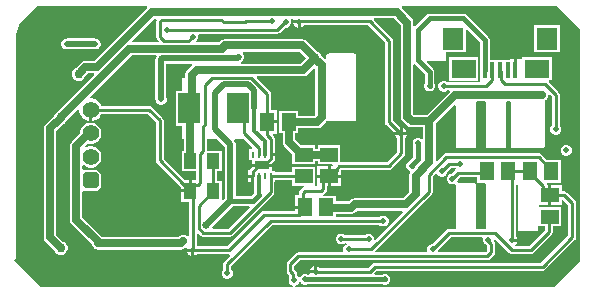
<source format=gbr>
G04*
G04 #@! TF.GenerationSoftware,Altium Limited,Altium Designer,23.0.1 (38)*
G04*
G04 Layer_Physical_Order=2*
G04 Layer_Color=16711680*
%FSLAX25Y25*%
%MOIN*%
G70*
G04*
G04 #@! TF.SameCoordinates,7EA281D9-4360-43E8-82A8-E858FA6B50C7*
G04*
G04*
G04 #@! TF.FilePolarity,Positive*
G04*
G01*
G75*
%ADD15C,0.01000*%
%ADD20R,0.04134X0.05315*%
%ADD21R,0.05906X0.04724*%
%ADD52C,0.01500*%
%ADD53C,0.02500*%
%ADD54C,0.02000*%
G04:AMPARAMS|DCode=56|XSize=55.12mil|YSize=55.12mil|CornerRadius=13.78mil|HoleSize=0mil|Usage=FLASHONLY|Rotation=90.000|XOffset=0mil|YOffset=0mil|HoleType=Round|Shape=RoundedRectangle|*
%AMROUNDEDRECTD56*
21,1,0.05512,0.02756,0,0,90.0*
21,1,0.02756,0.05512,0,0,90.0*
1,1,0.02756,0.01378,0.01378*
1,1,0.02756,0.01378,-0.01378*
1,1,0.02756,-0.01378,-0.01378*
1,1,0.02756,-0.01378,0.01378*
%
%ADD56ROUNDEDRECTD56*%
%ADD57C,0.05512*%
%ADD58C,0.02000*%
%ADD59C,0.03000*%
%ADD60C,0.02500*%
%ADD61R,0.08268X0.06299*%
%ADD62R,0.01575X0.05315*%
%ADD63R,0.07087X0.07480*%
%ADD64R,0.04724X0.05906*%
%ADD65R,0.07480X0.09843*%
%ADD66R,0.01102X0.01988*%
%ADD67R,0.04724X0.03150*%
%ADD68C,0.01200*%
G36*
X343756Y291943D02*
X343967Y291529D01*
X343975Y291512D01*
X343875Y291005D01*
Y285800D01*
X343975Y285293D01*
X344263Y284863D01*
X344623Y284502D01*
X344432Y284040D01*
X335982D01*
X335791Y284502D01*
X343276Y291987D01*
X343756Y291943D01*
D02*
G37*
G36*
X393862Y278726D02*
X392077Y276940D01*
X372359D01*
X372220Y277191D01*
X372177Y277440D01*
X372646Y277910D01*
X372747Y278060D01*
X372875Y278188D01*
X372944Y278355D01*
X373044Y278505D01*
X373080Y278682D01*
X373149Y278849D01*
Y279030D01*
X373184Y279207D01*
X373149Y279385D01*
Y279565D01*
X373080Y279732D01*
X373044Y279910D01*
X372944Y280060D01*
X372875Y280227D01*
X372747Y280355D01*
X372710Y280410D01*
X372822Y280754D01*
X372932Y280910D01*
X391678D01*
X393862Y278726D01*
D02*
G37*
G36*
X451801Y284142D02*
Y278142D01*
X451794D01*
Y271228D01*
X451794D01*
X451778Y270735D01*
X440920D01*
X440720Y270935D01*
X440058Y271209D01*
X439342D01*
X438680Y270935D01*
X438174Y270429D01*
X437900Y269767D01*
Y269051D01*
X438174Y268390D01*
X438680Y267883D01*
X439342Y267609D01*
X440058D01*
X440720Y267883D01*
X440920Y268084D01*
X441465D01*
X441672Y267584D01*
X434029Y259941D01*
X429856D01*
X429616Y260181D01*
Y276596D01*
X430116Y276802D01*
X433420Y273499D01*
Y270388D01*
X433200Y269858D01*
Y269142D01*
X433474Y268480D01*
X433980Y267974D01*
X434642Y267700D01*
X435358D01*
X436020Y267974D01*
X436526Y268480D01*
X436800Y269142D01*
Y269858D01*
X436580Y270388D01*
Y274153D01*
X436460Y274758D01*
X436118Y275271D01*
X433958Y277430D01*
X434149Y277892D01*
X439736D01*
X440048Y277954D01*
X440313Y278131D01*
X440490Y278396D01*
X440552Y278708D01*
Y280775D01*
X447095D01*
Y288195D01*
X447557Y288387D01*
X451801Y284142D01*
D02*
G37*
G36*
X425435Y289790D02*
Y259315D01*
X425435Y259315D01*
X425595Y258516D01*
X426048Y257837D01*
X427512Y256373D01*
X427512Y256373D01*
X428190Y255920D01*
X428990Y255761D01*
X432805D01*
Y251989D01*
X432305Y251782D01*
X432112Y251974D01*
X431451Y252248D01*
X430735D01*
X430073Y251974D01*
X429567Y251468D01*
X429293Y250806D01*
Y250090D01*
X429512Y249560D01*
Y245783D01*
X428280Y244550D01*
X427980Y244426D01*
X427474Y243920D01*
X427200Y243258D01*
Y242542D01*
X427474Y241880D01*
X427980Y241374D01*
X428360Y241217D01*
X428572Y240646D01*
X428569Y240630D01*
X428404Y240383D01*
X428245Y239583D01*
X428245Y239583D01*
Y234297D01*
X426088Y232140D01*
X410001D01*
X410001Y232140D01*
X409201Y231981D01*
X408523Y231528D01*
X408054Y231060D01*
X403710D01*
Y232800D01*
X399716D01*
X399411Y233264D01*
X399415Y233300D01*
X399808Y233563D01*
X400394Y234149D01*
X400681Y234578D01*
X400782Y235086D01*
Y236094D01*
X401000D01*
Y238957D01*
X397547D01*
Y236343D01*
X397084Y236006D01*
X396784Y236097D01*
X396753Y236295D01*
X396753D01*
Y242619D01*
X389247D01*
Y240782D01*
X383304D01*
Y241142D01*
X382362D01*
Y242500D01*
X379000D01*
X375638D01*
Y242300D01*
X375161Y241823D01*
X374874Y241393D01*
X374864Y241342D01*
X374496D01*
Y239848D01*
X376047D01*
Y239348D01*
X376547D01*
Y237354D01*
X376589D01*
Y233823D01*
X375452Y232687D01*
X370335D01*
Y250000D01*
X370196Y250702D01*
X369820Y251264D01*
X369870Y251486D01*
X369985Y251764D01*
X373068D01*
X375923Y248908D01*
X375732Y248446D01*
X374696D01*
Y244858D01*
X375638D01*
Y243500D01*
X379000D01*
X382362D01*
Y243700D01*
X382971Y244309D01*
X383204Y244658D01*
X383504D01*
Y246152D01*
X381953D01*
Y247152D01*
X383504D01*
Y248646D01*
X383360D01*
Y251927D01*
X383259Y252434D01*
X382971Y252864D01*
X382750Y253085D01*
X382941Y253547D01*
X384276D01*
Y257000D01*
X380913D01*
Y258000D01*
X384276D01*
Y261453D01*
X382239D01*
Y266839D01*
X382138Y267347D01*
X381851Y267776D01*
X377329Y272298D01*
X377521Y272760D01*
X392942D01*
X392942Y272760D01*
X393742Y272919D01*
X394420Y273372D01*
X396417Y275369D01*
X396917Y275162D01*
Y259873D01*
X396634Y259590D01*
X391162D01*
Y261253D01*
X384838D01*
Y253747D01*
X385960D01*
Y250903D01*
X385960Y250903D01*
X386119Y250103D01*
X386572Y249425D01*
X389247Y246750D01*
Y243381D01*
X396753D01*
Y244453D01*
X397747D01*
Y243381D01*
X402363D01*
X402630Y242881D01*
X402588Y242819D01*
X402000D01*
Y239957D01*
X405453D01*
Y241535D01*
X405473Y241556D01*
X421381D01*
X421888Y241656D01*
X422318Y241944D01*
X426437Y246063D01*
X426725Y246493D01*
X426826Y247000D01*
Y251997D01*
X427196Y252367D01*
X427458Y253000D01*
X423542D01*
X423805Y252367D01*
X424174Y251997D01*
Y247549D01*
X420832Y244207D01*
X405253D01*
Y249706D01*
X397747D01*
Y248634D01*
X396753D01*
Y249706D01*
X392203D01*
X390140Y251768D01*
Y253747D01*
X391162D01*
Y255410D01*
X397500D01*
X397500Y255410D01*
X398300Y255569D01*
X398978Y256022D01*
X400485Y257529D01*
X400485Y257529D01*
X400821Y258032D01*
X400995Y257916D01*
X401307Y257854D01*
X409772D01*
X410084Y257916D01*
X410348Y258092D01*
X410525Y258357D01*
X410587Y258669D01*
Y279535D01*
X410525Y279848D01*
X410348Y280112D01*
X410084Y280289D01*
X409772Y280351D01*
X401307D01*
X400995Y280289D01*
X400730Y280112D01*
X400554Y279848D01*
X400491Y279535D01*
Y278580D01*
X399991Y278373D01*
X399074Y279291D01*
X398768Y280029D01*
X398121Y280676D01*
X397615Y280886D01*
X394022Y284478D01*
X393344Y284931D01*
X392544Y285090D01*
X392544Y285090D01*
X366701D01*
X365901Y284931D01*
X365223Y284478D01*
X365223Y284478D01*
X364785Y284040D01*
X357300D01*
X357136Y284540D01*
X357526Y284930D01*
X357800Y285592D01*
Y286308D01*
X357717Y286509D01*
X357995Y286925D01*
X384285D01*
X384793Y287025D01*
X385223Y287313D01*
X386860Y288950D01*
X387358D01*
X388020Y289224D01*
X388526Y289730D01*
X388800Y290392D01*
Y291108D01*
X388638Y291499D01*
X388898Y291923D01*
X389334Y291933D01*
X389600Y291539D01*
X389542Y291400D01*
X391500D01*
Y290900D01*
X392000D01*
Y288942D01*
X392633Y289205D01*
X393103Y289674D01*
X414451D01*
X420175Y283951D01*
Y257500D01*
X420275Y256993D01*
X420563Y256563D01*
X423126Y254000D01*
X425000D01*
Y255874D01*
X422825Y258049D01*
Y284500D01*
X422725Y285007D01*
X422437Y285437D01*
X416324Y291551D01*
X416531Y292051D01*
X423174D01*
X425435Y289790D01*
D02*
G37*
G36*
X485000Y288500D02*
Y211000D01*
X476500Y202500D01*
X390206D01*
X390130Y202969D01*
X390791Y203242D01*
X391298Y203749D01*
X391413Y204028D01*
X391954D01*
X391974Y203980D01*
X392480Y203474D01*
X393142Y203200D01*
X393858D01*
X394388Y203420D01*
X419112D01*
X419642Y203200D01*
X420358D01*
X421020Y203474D01*
X421526Y203980D01*
X421800Y204642D01*
Y205358D01*
X421526Y206020D01*
X421020Y206526D01*
X420358Y206800D01*
X419642D01*
X419112Y206580D01*
X416619D01*
X416412Y207080D01*
X417306Y207975D01*
X472634D01*
X473141Y208075D01*
X473571Y208363D01*
X483437Y218229D01*
X483725Y218659D01*
X483825Y219166D01*
Y230485D01*
X483725Y230993D01*
X483437Y231423D01*
X480879Y233980D01*
X480449Y234268D01*
X479942Y234369D01*
X478953D01*
Y236405D01*
X475500D01*
Y233043D01*
Y229681D01*
X478953D01*
Y231574D01*
X479453Y231658D01*
X481175Y229936D01*
Y219715D01*
X472085Y210626D01*
X416757D01*
X416250Y210525D01*
X415820Y210237D01*
X414458Y208875D01*
X398503D01*
X398133Y209245D01*
X397500Y209508D01*
Y207550D01*
X397000D01*
Y207050D01*
X395042D01*
X395065Y206996D01*
X394787Y206580D01*
X394388D01*
X393858Y206800D01*
X393142D01*
X392480Y206526D01*
X391974Y206020D01*
X391859Y205741D01*
X391317D01*
X391298Y205788D01*
X390906Y206180D01*
Y206806D01*
X390805Y207313D01*
X390518Y207743D01*
X389943Y208317D01*
Y209569D01*
X391749Y211374D01*
X454200D01*
X454707Y211475D01*
X455137Y211763D01*
X456437Y213063D01*
X456725Y213493D01*
X456825Y214000D01*
Y216929D01*
X456725Y217437D01*
X456454Y217841D01*
X456442Y217890D01*
X456486Y218117D01*
X457028Y218282D01*
X461548Y213763D01*
X461977Y213475D01*
X462485Y213374D01*
X468700D01*
X469207Y213475D01*
X469637Y213763D01*
X475618Y219743D01*
X475905Y220173D01*
X476006Y220680D01*
Y222795D01*
X478753D01*
Y229119D01*
X471768D01*
X471490Y229619D01*
X471529Y229681D01*
X474500D01*
Y233043D01*
Y236405D01*
X474185D01*
X473996Y236807D01*
X474256Y237247D01*
X478706D01*
Y244753D01*
X474256D01*
X472224Y246784D01*
X471794Y247072D01*
X471287Y247173D01*
X440594D01*
X440087Y247072D01*
X439657Y246784D01*
X437485Y244612D01*
X436985Y244819D01*
Y256985D01*
X443163Y263163D01*
X443625Y262972D01*
Y249508D01*
X443687Y249196D01*
X443864Y248931D01*
X444129Y248754D01*
X444441Y248692D01*
X449559D01*
X449871Y248754D01*
X450136Y248931D01*
X450313Y249196D01*
X450375Y249508D01*
Y264075D01*
X450818Y264410D01*
X453182D01*
X453625Y264075D01*
Y249508D01*
X453687Y249196D01*
X453864Y248931D01*
X454129Y248754D01*
X454441Y248692D01*
X459559D01*
X459871Y248754D01*
X460136Y248931D01*
X460313Y249196D01*
X460375Y249508D01*
Y264075D01*
X460818Y264410D01*
X461607D01*
X462050Y264075D01*
Y249508D01*
X462113Y249196D01*
X462289Y248931D01*
X462554Y248754D01*
X462866Y248692D01*
X472472D01*
X472785Y248754D01*
X473049Y248931D01*
X473226Y249196D01*
X473288Y249508D01*
Y264075D01*
X473297Y264454D01*
X473595Y264735D01*
X473661Y264762D01*
X473807Y264908D01*
X473978Y265022D01*
X474092Y265193D01*
X474238Y265339D01*
X474317Y265529D01*
X474431Y265700D01*
X474471Y265902D01*
X474550Y266092D01*
Y266298D01*
X474581Y266455D01*
X474747Y266560D01*
X475064Y266680D01*
X475674Y266069D01*
Y256220D01*
X475474Y256020D01*
X475200Y255358D01*
Y254642D01*
X475474Y253980D01*
X475980Y253474D01*
X476642Y253200D01*
X477358D01*
X478020Y253474D01*
X478526Y253980D01*
X478800Y254642D01*
Y255358D01*
X478526Y256020D01*
X478326Y256220D01*
Y266618D01*
X478225Y267126D01*
X477937Y267555D01*
X474651Y270842D01*
X474752Y271216D01*
X474841Y271342D01*
X475639D01*
Y279241D01*
X465771D01*
Y278668D01*
X465406Y278343D01*
X465271Y278343D01*
X464118D01*
Y274685D01*
X463118D01*
Y278343D01*
X461831D01*
Y278142D01*
X454962D01*
Y284797D01*
X454842Y285402D01*
X454499Y285914D01*
X447296Y293117D01*
X446784Y293460D01*
X446179Y293580D01*
X435000D01*
X434395Y293460D01*
X433883Y293117D01*
X430116Y289351D01*
X429616Y289557D01*
Y290655D01*
X429457Y291455D01*
X429003Y292133D01*
X429003Y292133D01*
X425637Y295500D01*
X425805Y296000D01*
X477500D01*
X485000Y288500D01*
D02*
G37*
G36*
X340877Y295500D02*
X323245Y277867D01*
X320277D01*
X319477Y277708D01*
X318799Y277255D01*
X318799Y277255D01*
X317204Y275660D01*
X316697Y275450D01*
X316050Y274803D01*
X315700Y273957D01*
Y273042D01*
X316050Y272197D01*
X316697Y271550D01*
X317543Y271200D01*
X318458D01*
X319303Y271550D01*
X319950Y272197D01*
X320160Y272704D01*
X321143Y273687D01*
X323078D01*
X323269Y273225D01*
X311204Y261160D01*
X310697Y260950D01*
X310050Y260303D01*
X309745Y259565D01*
X307022Y256843D01*
X306569Y256165D01*
X306410Y255365D01*
X306410Y255365D01*
Y219000D01*
X306410Y219000D01*
X306569Y218200D01*
X307022Y217522D01*
X309840Y214704D01*
X310050Y214197D01*
X310697Y213550D01*
X311543Y213200D01*
X312457D01*
X313303Y213550D01*
X313950Y214197D01*
X314300Y215042D01*
Y215957D01*
X313950Y216803D01*
X313303Y217450D01*
X312796Y217660D01*
X310590Y219866D01*
Y254499D01*
X313027Y256936D01*
X313303Y257050D01*
X313950Y257697D01*
X314160Y258204D01*
X317744Y261788D01*
X318244Y261581D01*
Y261128D01*
X318500Y260172D01*
X318994Y259316D01*
X319694Y258617D01*
X320550Y258122D01*
X321500Y257868D01*
Y261622D01*
X322500D01*
Y257868D01*
X323450Y258122D01*
X324306Y258617D01*
X325006Y259316D01*
X325500Y260172D01*
X325533Y260297D01*
X340829D01*
X343674Y257451D01*
Y244661D01*
X343775Y244154D01*
X344063Y243724D01*
X352067Y235720D01*
X352095Y235702D01*
Y235000D01*
X354661D01*
Y238158D01*
X353378D01*
X346325Y245210D01*
Y258000D01*
X346225Y258507D01*
X345937Y258937D01*
X342315Y262559D01*
X341885Y262847D01*
X341378Y262948D01*
X325533D01*
X325500Y263072D01*
X325006Y263928D01*
X324306Y264628D01*
X323450Y265122D01*
X322495Y265378D01*
X322041D01*
X321834Y265878D01*
X335816Y279860D01*
X343847D01*
X344000Y279360D01*
X343955Y279294D01*
X343828Y279166D01*
X343758Y278999D01*
X343658Y278849D01*
X343623Y278672D01*
X343553Y278504D01*
Y278324D01*
X343518Y278146D01*
X343553Y277969D01*
Y277788D01*
X343591Y277697D01*
Y265073D01*
X343731Y264371D01*
X343945Y264052D01*
X343974Y263980D01*
X344029Y263926D01*
X344129Y263775D01*
X344279Y263675D01*
X344480Y263474D01*
X345142Y263200D01*
X345858D01*
X346520Y263474D01*
X347026Y263980D01*
X347300Y264642D01*
Y265358D01*
X347262Y265450D01*
Y276842D01*
X355741D01*
X355892Y276342D01*
X355872Y276328D01*
X354229Y274685D01*
X353776Y274007D01*
X353617Y273207D01*
X353617Y273207D01*
Y272236D01*
X352370D01*
Y267721D01*
X350389D01*
Y256279D01*
X352370D01*
Y251764D01*
X352955D01*
Y247957D01*
X352294D01*
Y241042D01*
X357203D01*
Y238158D01*
X355661D01*
Y234500D01*
X355161D01*
Y234000D01*
X352095D01*
Y230842D01*
X354675D01*
Y219626D01*
X354624Y219583D01*
X354174Y219405D01*
X354141Y219427D01*
X353996Y219573D01*
X353806Y219651D01*
X353635Y219766D01*
X353433Y219806D01*
X353242Y219885D01*
X353037D01*
X352835Y219925D01*
X352633Y219885D01*
X352427D01*
X352237Y219806D01*
X352035Y219766D01*
X351864Y219651D01*
X351674Y219573D01*
X351528Y219427D01*
X351357Y219313D01*
X351134Y219090D01*
X325964D01*
X325796Y219160D01*
X319284Y225672D01*
Y234296D01*
X319694Y234584D01*
X319784Y234568D01*
X320622Y234401D01*
X323378D01*
X324228Y234571D01*
X324948Y235052D01*
X325430Y235772D01*
X325599Y236622D01*
Y239378D01*
X325430Y240228D01*
X324948Y240948D01*
X324228Y241429D01*
X323378Y241599D01*
X320622D01*
X319784Y241432D01*
X319694Y241416D01*
X319284Y241704D01*
Y242908D01*
X319746Y243099D01*
X319817Y243029D01*
X320627Y242560D01*
X321532Y242318D01*
X322468D01*
X323373Y242560D01*
X324183Y243029D01*
X324845Y243691D01*
X325314Y244501D01*
X325556Y245406D01*
Y246342D01*
X325314Y247247D01*
X324845Y248057D01*
X324183Y248720D01*
X323373Y249188D01*
X322468Y249430D01*
X321532D01*
X320627Y249188D01*
X320489Y249108D01*
X320182Y249508D01*
X321007Y250333D01*
X321532Y250192D01*
X322468D01*
X323373Y250434D01*
X324183Y250903D01*
X324845Y251565D01*
X325314Y252376D01*
X325556Y253280D01*
Y254216D01*
X325314Y255121D01*
X324845Y255931D01*
X324183Y256593D01*
X323373Y257062D01*
X322468Y257304D01*
X321532D01*
X320627Y257062D01*
X319817Y256593D01*
X319155Y255931D01*
X318686Y255121D01*
X318444Y254216D01*
Y253682D01*
X315716Y250954D01*
X315263Y250276D01*
X315104Y249476D01*
X315104Y249476D01*
Y224806D01*
X315104Y224806D01*
X315263Y224006D01*
X315716Y223328D01*
X322565Y216479D01*
X322621Y216200D01*
X323074Y215522D01*
X323530Y215217D01*
X323697Y215050D01*
X324542Y214700D01*
X325458D01*
X325964Y214910D01*
X352000D01*
X352000Y214910D01*
X352800Y215069D01*
X353478Y215522D01*
X353685Y215729D01*
X354109Y215446D01*
X354042Y215285D01*
X356000D01*
Y214785D01*
X356500D01*
Y212827D01*
X357133Y213089D01*
X357503Y213459D01*
X368030D01*
X368530Y213049D01*
X368541Y212916D01*
X366563Y210937D01*
X366275Y210507D01*
X366175Y210000D01*
Y208220D01*
X365974Y208020D01*
X365700Y207358D01*
Y206642D01*
X365974Y205980D01*
X366480Y205474D01*
X367142Y205200D01*
X367858D01*
X368520Y205474D01*
X369026Y205980D01*
X369300Y206642D01*
Y207358D01*
X369026Y208020D01*
X368826Y208220D01*
Y209451D01*
X382549Y223175D01*
X418280D01*
X418480Y222974D01*
X419142Y222700D01*
X419858D01*
X420520Y222974D01*
X421026Y223480D01*
X421300Y224142D01*
Y224858D01*
X421026Y225520D01*
X420520Y226026D01*
X419858Y226300D01*
X419142D01*
X418480Y226026D01*
X418280Y225826D01*
X403710D01*
Y226879D01*
X408920D01*
X408920Y226879D01*
X409122Y226919D01*
X409328D01*
X409518Y226998D01*
X409720Y227038D01*
X409891Y227153D01*
X410081Y227231D01*
X410227Y227377D01*
X410398Y227491D01*
X410866Y227960D01*
X425942D01*
X426133Y227498D01*
X416926Y218291D01*
X416426Y218498D01*
Y218732D01*
X416152Y219393D01*
X415646Y219900D01*
X414984Y220174D01*
X414268D01*
X413607Y219900D01*
X413533Y219826D01*
X406720D01*
X406520Y220026D01*
X405858Y220300D01*
X405142D01*
X404480Y220026D01*
X403974Y219520D01*
X403700Y218858D01*
Y218142D01*
X403974Y217480D01*
X404480Y216974D01*
X405142Y216700D01*
X405858D01*
X406520Y216974D01*
X406720Y217175D01*
X407240D01*
X407339Y216674D01*
X406980Y216526D01*
X406474Y216020D01*
X406200Y215358D01*
Y214642D01*
X406283Y214441D01*
X406005Y214025D01*
X391200D01*
X390693Y213925D01*
X390263Y213637D01*
X387680Y211055D01*
X387393Y210625D01*
X387292Y210118D01*
Y207769D01*
X387393Y207261D01*
X387680Y206831D01*
X388255Y206257D01*
Y205797D01*
X388246Y205788D01*
X387972Y205127D01*
Y204411D01*
X388246Y203749D01*
X388752Y203242D01*
X389414Y202969D01*
X389338Y202500D01*
X305500D01*
X296500Y211500D01*
X297000Y212000D01*
Y286500D01*
X298500Y290500D01*
X304000Y296000D01*
X340709D01*
X340877Y295500D01*
D02*
G37*
G36*
X443630Y242097D02*
X443681Y242022D01*
X443550Y241399D01*
X443472Y241347D01*
X442425Y240300D01*
X442142D01*
X441480Y240026D01*
X440974Y239520D01*
X440700Y238858D01*
Y238142D01*
X440974Y237480D01*
X441480Y236974D01*
X442142Y236700D01*
X442858D01*
X443196Y236840D01*
X443634Y236480D01*
X443625Y236437D01*
Y221870D01*
X443589Y221826D01*
X441500D01*
X440993Y221725D01*
X440563Y221437D01*
X435925Y216800D01*
X435642D01*
X434980Y216526D01*
X434474Y216020D01*
X434200Y215358D01*
Y214642D01*
X434283Y214441D01*
X434005Y214025D01*
X417117D01*
X416910Y214526D01*
X435660Y233276D01*
X435947Y233706D01*
X436048Y234213D01*
Y239426D01*
X436901Y240279D01*
X437391Y240181D01*
X437474Y239980D01*
X437980Y239474D01*
X438642Y239200D01*
X439358D01*
X440020Y239474D01*
X440526Y239980D01*
X440800Y240642D01*
Y240926D01*
X442096Y242222D01*
X443436D01*
X443630Y242097D01*
D02*
G37*
G36*
X366665Y249240D02*
Y231866D01*
X366206Y231407D01*
X365705Y231614D01*
Y237958D01*
X364164D01*
Y241042D01*
X365705D01*
Y247957D01*
X360825D01*
Y251764D01*
X364141D01*
X366665Y249240D01*
D02*
G37*
G36*
X375089Y229064D02*
X367929Y221904D01*
X362776D01*
X362442Y222405D01*
X362475Y222486D01*
X369515Y229526D01*
X374897D01*
X375089Y229064D01*
D02*
G37*
G36*
X450795Y237247D02*
X453419D01*
X453687Y236749D01*
X453625Y236437D01*
Y221870D01*
X453589Y221826D01*
X450411D01*
X450375Y221870D01*
Y236437D01*
X450313Y236749D01*
X450136Y237014D01*
X449871Y237191D01*
X449559Y237253D01*
X444441D01*
X444116Y237698D01*
X444300Y238142D01*
Y238425D01*
X444958Y239084D01*
X450795D01*
Y237247D01*
D02*
G37*
G36*
X389247Y236295D02*
X393164D01*
X393213Y235794D01*
X392862Y235725D01*
X392432Y235437D01*
X391846Y234852D01*
X391559Y234421D01*
X391458Y233914D01*
Y233000D01*
X390098D01*
Y229547D01*
X393461D01*
Y228547D01*
X390098D01*
Y227920D01*
X379839D01*
X379332Y227819D01*
X378902Y227532D01*
X367481Y216110D01*
X357503D01*
X357326Y216288D01*
Y220192D01*
X357787Y220384D01*
X358529Y219642D01*
X358959Y219354D01*
X359467Y219254D01*
X368478D01*
X368985Y219355D01*
X369415Y219642D01*
X382890Y233117D01*
X383178Y233547D01*
X383278Y234054D01*
Y237554D01*
X383304D01*
Y238131D01*
X389247D01*
Y236295D01*
D02*
G37*
G36*
X464058Y236652D02*
X464295Y236382D01*
Y221870D01*
X464357Y221558D01*
X464534Y221293D01*
X464798Y221116D01*
X465110Y221054D01*
X470228D01*
X470541Y221116D01*
X470805Y221293D01*
X470982Y221558D01*
X471044Y221870D01*
Y222379D01*
X471247Y222795D01*
X473355D01*
Y221229D01*
X468151Y216025D01*
X463679D01*
X463629Y216111D01*
X463525Y216526D01*
X464000Y217000D01*
X464262Y217633D01*
X462304D01*
Y218633D01*
X464262D01*
X464000Y219266D01*
X463630Y219636D01*
Y236690D01*
X463647Y236702D01*
X463917Y236780D01*
X464058Y236652D01*
D02*
G37*
G36*
X452783Y218759D02*
X452700Y218558D01*
Y217842D01*
X452974Y217180D01*
X453480Y216674D01*
X454142Y216400D01*
X454155D01*
X454175Y216380D01*
Y214549D01*
X453651Y214025D01*
X437995D01*
X437717Y214441D01*
X437800Y214642D01*
Y214926D01*
X442049Y219175D01*
X452505D01*
X452783Y218759D01*
D02*
G37*
%LPC*%
G36*
X451229Y279225D02*
X441361D01*
Y271326D01*
X451229D01*
Y279225D01*
D02*
G37*
G36*
X391000Y290400D02*
X389542D01*
X389805Y289767D01*
X390367Y289205D01*
X391000Y288942D01*
Y290400D01*
D02*
G37*
G36*
X426000Y255458D02*
Y254000D01*
X427458D01*
X427196Y254633D01*
X426633Y255195D01*
X426000Y255458D01*
D02*
G37*
G36*
X401000Y242819D02*
X397547D01*
Y239957D01*
X401000D01*
Y242819D01*
D02*
G37*
G36*
X375547Y238848D02*
X374496D01*
Y237354D01*
X375547D01*
Y238848D01*
D02*
G37*
G36*
X405453Y238957D02*
X402000D01*
Y236094D01*
X405453D01*
Y238957D01*
D02*
G37*
G36*
X478591Y289855D02*
X469905D01*
Y280775D01*
X478591D01*
Y289855D01*
D02*
G37*
G36*
X480858Y249800D02*
X480142D01*
X479480Y249526D01*
X478974Y249020D01*
X478700Y248358D01*
Y247642D01*
X478974Y246980D01*
X479480Y246474D01*
X480142Y246200D01*
X480858D01*
X481520Y246474D01*
X482026Y246980D01*
X482300Y247642D01*
Y248358D01*
X482026Y249020D01*
X481520Y249526D01*
X480858Y249800D01*
D02*
G37*
G36*
X396500Y209508D02*
X395867Y209245D01*
X395304Y208683D01*
X395042Y208050D01*
X396500D01*
Y209508D01*
D02*
G37*
G36*
X323500Y285335D02*
X314000D01*
X313823Y285300D01*
X313642D01*
X313475Y285231D01*
X313298Y285196D01*
X313147Y285095D01*
X312980Y285026D01*
X312853Y284898D01*
X312702Y284798D01*
X312602Y284647D01*
X312474Y284520D01*
X312405Y284353D01*
X312304Y284202D01*
X312269Y284025D01*
X312200Y283858D01*
Y283677D01*
X312165Y283500D01*
X312200Y283323D01*
Y283142D01*
X312269Y282975D01*
X312304Y282798D01*
X312405Y282647D01*
X312474Y282480D01*
X312602Y282353D01*
X312702Y282202D01*
X312853Y282102D01*
X312980Y281974D01*
X313147Y281905D01*
X313298Y281804D01*
X313475Y281769D01*
X313642Y281700D01*
X313823D01*
X314000Y281665D01*
X323500D01*
X323677Y281700D01*
X323858D01*
X324025Y281769D01*
X324202Y281804D01*
X324353Y281905D01*
X324520Y281974D01*
X324647Y282102D01*
X324798Y282202D01*
X324898Y282353D01*
X325026Y282480D01*
X325095Y282647D01*
X325196Y282798D01*
X325231Y282975D01*
X325300Y283142D01*
Y283323D01*
X325335Y283500D01*
X325300Y283677D01*
Y283858D01*
X325231Y284025D01*
X325196Y284202D01*
X325095Y284353D01*
X325026Y284520D01*
X324898Y284647D01*
X324798Y284798D01*
X324647Y284898D01*
X324520Y285026D01*
X324353Y285095D01*
X324202Y285196D01*
X324025Y285231D01*
X323858Y285300D01*
X323677D01*
X323500Y285335D01*
D02*
G37*
G36*
X355500Y214285D02*
X354042D01*
X354305Y213652D01*
X354867Y213089D01*
X355500Y212827D01*
Y214285D01*
D02*
G37*
%LPD*%
D15*
X373563Y290750D02*
X373813Y291000D01*
X382500D01*
X366288Y290750D02*
X373563D01*
X388618Y207769D02*
X389580Y206806D01*
Y204960D02*
Y206806D01*
Y204960D02*
X389772Y204768D01*
X388618Y207769D02*
Y210118D01*
X397000Y207550D02*
X415007D01*
X416757Y209300D01*
X472634D01*
X388618Y210118D02*
X391200Y212700D01*
X440594Y245847D02*
X471287D01*
X444410Y240409D02*
X453366D01*
X442500Y238500D02*
X444410Y240409D01*
X439000Y241000D02*
X441547Y243547D01*
X445047D01*
X471287Y245847D02*
X475543Y241590D01*
X434723Y239975D02*
X440594Y245847D01*
X453366Y240409D02*
X453957Y241000D01*
X391200Y212700D02*
X454200D01*
X472634Y209300D02*
X482500Y219166D01*
X380913Y253047D02*
Y266839D01*
X382034Y246652D02*
Y251927D01*
Y245247D02*
Y246652D01*
X380913Y253047D02*
X382034Y251927D01*
X359969Y256540D02*
Y269969D01*
X362300Y272300D01*
X375453D01*
X358528Y246883D02*
X359500Y247855D01*
Y256071D01*
X359969Y256540D01*
X381953Y234054D02*
Y239405D01*
X368478Y220579D02*
X381953Y234054D01*
X359467Y220579D02*
X368478D01*
X355161Y234500D02*
Y235090D01*
X345000Y244661D02*
Y258000D01*
X353594Y236658D02*
X355161Y235090D01*
X353004Y236658D02*
X353594D01*
X345000Y244661D02*
X353004Y236658D01*
X341378Y261622D02*
X345000Y258000D01*
X356000Y215000D02*
X356215Y214785D01*
X392783Y227779D02*
Y229725D01*
X474555Y233043D02*
X479942D01*
X322000Y261622D02*
X341378D01*
X454500Y217929D02*
X455500Y216929D01*
Y214000D02*
Y216929D01*
X454200Y212700D02*
X455500Y214000D01*
X454500Y217929D02*
Y218200D01*
X462485Y214700D02*
X468700D01*
X441500Y220500D02*
X456685D01*
X462304Y218133D02*
Y239739D01*
X456685Y220500D02*
X462485Y214700D01*
X461043Y241000D02*
X462304Y239739D01*
X468700Y214700D02*
X474680Y220680D01*
Y225637D01*
X436000Y215000D02*
X441500Y220500D01*
X468457Y240409D02*
X472693Y236173D01*
X479942Y233043D02*
X482500Y230485D01*
Y219166D02*
Y230485D01*
X391600Y291000D02*
X415000D01*
X421500Y257500D02*
Y284500D01*
X415000Y291000D02*
X421500Y284500D01*
X425500Y247000D02*
Y253500D01*
X401500Y239457D02*
X402091D01*
X403953Y241319D01*
Y241910D01*
X421381Y242881D02*
X425500Y247000D01*
X403953Y241910D02*
X404924Y242881D01*
X421381D01*
X421500Y257500D02*
X425500Y253500D01*
X434723Y234213D02*
Y239975D01*
X357943Y236565D02*
X358528Y237150D01*
Y246883D01*
X356728Y236565D02*
X357943D01*
X355161Y234998D02*
X356728Y236565D01*
X391500Y290900D02*
X391600Y291000D01*
X348457Y288250D02*
X384285D01*
X348398Y288191D02*
X348457Y288250D01*
X347500Y288000D02*
X347691Y288191D01*
X348398D01*
X356000Y215000D02*
Y233923D01*
Y214785D02*
Y215000D01*
X367500Y207000D02*
Y210000D01*
X382000Y224500D01*
X419500D01*
X472693Y234906D02*
X474555Y233043D01*
X474680Y225637D02*
X475000Y225957D01*
X414500Y218500D02*
X414626Y218374D01*
X405500Y218500D02*
X414500D01*
X415510Y215000D02*
X434723Y234213D01*
X408000Y215000D02*
X415510D01*
X475543Y241000D02*
Y241590D01*
X472693Y234906D02*
Y236173D01*
X461043Y241000D02*
X468457D01*
X345786Y291591D02*
X365447D01*
X345200Y285800D02*
Y291005D01*
X345786Y291591D01*
X365447D02*
X366288Y290750D01*
X379839Y226594D02*
X391598D01*
X356215Y214785D02*
X368030D01*
X357973Y222073D02*
Y229634D01*
Y222073D02*
X359467Y220579D01*
X368030Y214785D02*
X379839Y226594D01*
X355423Y234500D02*
X356000Y233923D01*
X357973Y229634D02*
X362839Y234500D01*
X391598Y226594D02*
X392783Y227779D01*
X362839Y234500D02*
Y244500D01*
X392783Y229725D02*
X393461Y229047D01*
X345200Y285800D02*
X346500Y284500D01*
X354550D01*
X356000Y285950D01*
X386786Y290750D02*
X387000D01*
X384285Y288250D02*
X386786Y290750D01*
X477000Y255000D02*
Y266618D01*
X473618Y270000D02*
X477000Y266618D01*
X439700Y269409D02*
X453672D01*
X455669Y271406D01*
X458772Y271406D02*
X460178Y270000D01*
X473618D01*
X378016Y246652D02*
Y248690D01*
X373000Y253706D02*
Y261929D01*
Y253706D02*
X378016Y248690D01*
X375453Y272300D02*
X380913Y266839D01*
X392783Y229725D02*
Y233914D01*
X393369Y234500D02*
X398871D01*
X399457Y235086D02*
Y238004D01*
X392783Y233914D02*
X393369Y234500D01*
X398871D02*
X399457Y235086D01*
Y238004D02*
X400910Y239457D01*
X379787Y243000D02*
X382034Y245247D01*
X382004Y239457D02*
X393000D01*
X381953Y239405D02*
X382004Y239457D01*
X376098Y239399D02*
Y240886D01*
X378213Y243000D01*
X379000D01*
X376047Y239348D02*
X376098Y239399D01*
X379000Y243000D02*
X379787D01*
X345427Y265073D02*
X345500Y265000D01*
X345354Y278146D02*
X345427Y278073D01*
X458772Y271406D02*
Y274413D01*
X458500Y274685D02*
X458772Y274413D01*
X455669Y271406D02*
Y274413D01*
X455941Y274685D01*
X468457Y240409D02*
Y241000D01*
D20*
X355161Y244500D02*
D03*
X362839D02*
D03*
X355161Y234500D02*
D03*
X362839D02*
D03*
D21*
X475000Y225957D02*
D03*
X401500Y239457D02*
D03*
Y246543D02*
D03*
X393000Y239457D02*
D03*
Y246543D02*
D03*
X475000Y233043D02*
D03*
D52*
X393500Y205000D02*
X420000D01*
X368500Y231106D02*
X376106D01*
X378016Y233016D01*
X429000Y242900D02*
Y243035D01*
X431093Y245128D02*
Y250448D01*
X429000Y243035D02*
X431093Y245128D01*
X431087Y278066D02*
Y288088D01*
X435000Y292000D02*
X446179D01*
X431087Y288088D02*
X435000Y292000D01*
X431087Y278066D02*
X435000Y274153D01*
Y269500D02*
Y274153D01*
X453382Y274685D02*
Y284797D01*
X446179Y292000D02*
X453382Y284797D01*
D53*
X342474Y294141D02*
X424040D01*
X320277Y275777D02*
X324110D01*
X342474Y294141D01*
X312000Y259000D02*
X334950Y281950D01*
X365651D01*
X308500Y255365D02*
X312000Y258865D01*
Y259000D01*
X308500Y219000D02*
Y255365D01*
X318000Y273500D02*
X320277Y275777D01*
X355707Y273207D02*
X357350Y274850D01*
X392942D01*
X355707Y262778D02*
Y273207D01*
X428990Y257851D02*
X434895D01*
X427526Y259315D02*
X428990Y257851D01*
X427526Y259315D02*
Y290655D01*
X366701Y283000D02*
X392544D01*
X392942Y274850D02*
X396818Y278726D01*
Y278590D02*
Y278726D01*
Y278590D02*
X399007Y276402D01*
X392544Y283000D02*
X396818Y278726D01*
X399007Y259007D02*
Y276402D01*
X430335Y239583D02*
X434895Y244143D01*
Y257851D01*
X397500Y257500D02*
X399007Y259007D01*
X325000Y217000D02*
X352000D01*
X324552D02*
X325000D01*
X352000D02*
X352835Y217835D01*
X365651Y281950D02*
X366701Y283000D01*
X408920Y228969D02*
X410001Y230050D01*
X426953D01*
X430335Y233432D01*
X400625Y228969D02*
X408920D01*
X400547Y229047D02*
X400625Y228969D01*
X424040Y294141D02*
X427526Y290655D01*
X430335Y233432D02*
Y239583D01*
X443544Y266500D02*
X472500D01*
X434895Y257851D02*
X443544Y266500D01*
X317194Y224806D02*
X325000Y217000D01*
X317194Y224806D02*
Y249476D01*
X354929Y262000D02*
X355707Y262778D01*
X388000Y257500D02*
X388050Y257450D01*
Y250903D02*
X392409Y246543D01*
X388050Y250903D02*
Y257450D01*
X392409Y246543D02*
X401500D01*
X355045Y244616D02*
Y261884D01*
X354929Y262000D02*
X355045Y261884D01*
Y244616D02*
X355161Y244500D01*
X388000Y257500D02*
X397500D01*
X321466Y253748D02*
X322000D01*
X317194Y249476D02*
X321466Y253748D01*
X308500Y219000D02*
X312000Y215500D01*
D54*
X363500Y255000D02*
Y267000D01*
Y255000D02*
X368500Y250000D01*
X363500Y267000D02*
X366500Y270000D01*
X376611Y262000D02*
Y267667D01*
X374500Y270000D02*
X376500Y268000D01*
Y267778D02*
Y268000D01*
Y267778D02*
X376611Y267667D01*
X366500Y270000D02*
X374500D01*
X368500Y231106D02*
Y250000D01*
X314000Y283500D02*
X323500D01*
X360600Y223206D02*
X368500Y231106D01*
X370818Y278677D02*
X371349Y279207D01*
X345884Y278677D02*
X370818D01*
X345354Y278146D02*
X345884Y278677D01*
X345427Y265073D02*
Y278073D01*
D56*
X322000Y238000D02*
D03*
D57*
Y245874D02*
D03*
Y253748D02*
D03*
Y261622D02*
D03*
D58*
X480500Y248000D02*
D03*
X420000Y205000D02*
D03*
X382500Y291000D02*
D03*
X389772Y204768D02*
D03*
X397000Y207550D02*
D03*
X393500Y205000D02*
D03*
X445047Y243547D02*
D03*
X462304Y218133D02*
D03*
X454500Y218200D02*
D03*
X323500Y283500D02*
D03*
X314000D02*
D03*
X429000Y242900D02*
D03*
X439000Y241000D02*
D03*
X391500Y290900D02*
D03*
X367500Y207000D02*
D03*
X436000Y215000D02*
D03*
X414626Y218374D02*
D03*
X408000Y215000D02*
D03*
X405500Y218500D02*
D03*
X419500Y224500D02*
D03*
X356000Y214785D02*
D03*
X442500Y238500D02*
D03*
X347500Y288000D02*
D03*
X356000Y285950D02*
D03*
X387000Y290750D02*
D03*
X425500Y253500D02*
D03*
X435000Y269500D02*
D03*
X431093Y250448D02*
D03*
X371349Y279207D02*
D03*
X345500Y265000D02*
D03*
X439700Y269409D02*
D03*
X477000Y255000D02*
D03*
X345354Y278146D02*
D03*
D59*
X312000Y259000D02*
D03*
X318000Y273500D02*
D03*
X396818Y278726D02*
D03*
X325000Y217000D02*
D03*
X312000Y215500D02*
D03*
D60*
X352835Y217835D02*
D03*
X408920Y228969D02*
D03*
X360523Y223129D02*
D03*
X472500Y266500D02*
D03*
D61*
X470705Y275291D02*
D03*
X446295Y275276D02*
D03*
D62*
X463618Y274685D02*
D03*
X461059D02*
D03*
X458500D02*
D03*
X455941D02*
D03*
X453382D02*
D03*
D63*
X442752Y285315D02*
D03*
X474248D02*
D03*
D64*
X461043Y241000D02*
D03*
X453957D02*
D03*
X468457D02*
D03*
X475543D02*
D03*
X400547Y229047D02*
D03*
X393461D02*
D03*
X380913Y257500D02*
D03*
X388000D02*
D03*
D65*
X371071Y262000D02*
D03*
X354929D02*
D03*
D66*
X381953Y239348D02*
D03*
X379984D02*
D03*
X378016D02*
D03*
X376047D02*
D03*
Y246652D02*
D03*
X378016D02*
D03*
X379984D02*
D03*
X381953D02*
D03*
D67*
X379000Y243000D02*
D03*
D68*
X376500Y254500D02*
Y261889D01*
Y254500D02*
X379967Y251033D01*
Y246669D02*
Y251033D01*
X376500Y261889D02*
X376611Y262000D01*
X378016Y233016D02*
Y239348D01*
X379967Y246669D02*
X379984Y246652D01*
M02*

</source>
